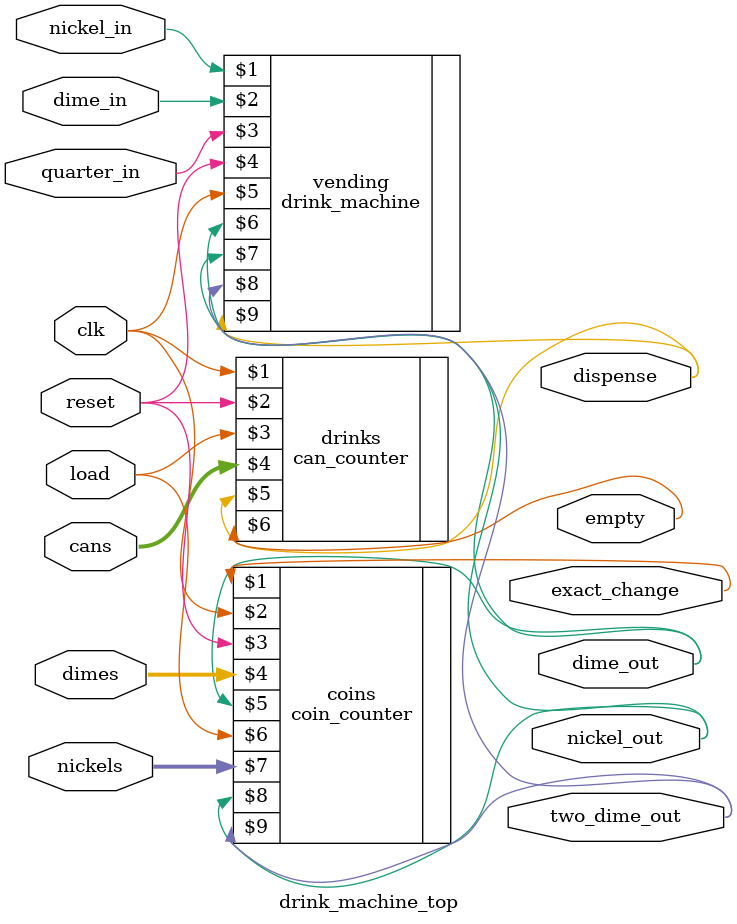
<source format=v>

module drink_machine_top( 
        dime_out, dispense, empty, exact_change,
        nickel_out, two_dime_out, cans, clk, dimes, dime_in, load,
        nickels, nickel_in, quarter_in, reset 
    );

    input clk, dime_in, load, nickel_in, quarter_in, reset;
    output dime_out, dispense, empty, exact_change, nickel_out, two_dime_out;
    input [7:0] nickels;
    input [7:0] cans;
    input [7:0] dimes;

    coin_counter coins (
        exact_change, clk, reset, dimes[7:0], dime_out, load,
        nickels[7:0], nickel_out, two_dime_out
    );
    can_counter drinks (
        clk, reset, load, cans[7:0], dispense, empty
    );
    drink_machine vending (
        nickel_in, dime_in, quarter_in, reset, clk, nickel_out, dime_out, two_dime_out, dispense
    );

endmodule

</source>
